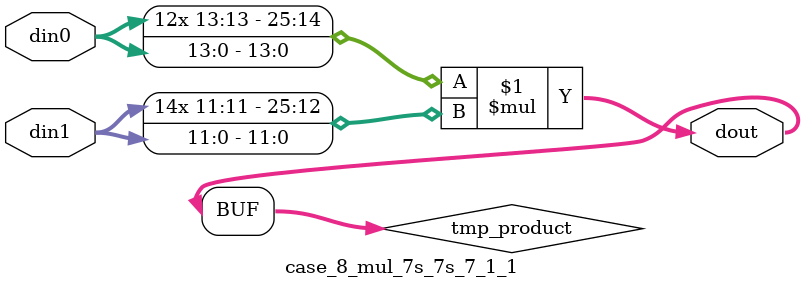
<source format=v>

`timescale 1 ns / 1 ps

 module case_8_mul_7s_7s_7_1_1(din0, din1, dout);
parameter ID = 1;
parameter NUM_STAGE = 0;
parameter din0_WIDTH = 14;
parameter din1_WIDTH = 12;
parameter dout_WIDTH = 26;

input [din0_WIDTH - 1 : 0] din0; 
input [din1_WIDTH - 1 : 0] din1; 
output [dout_WIDTH - 1 : 0] dout;

wire signed [dout_WIDTH - 1 : 0] tmp_product;



























assign tmp_product = $signed(din0) * $signed(din1);








assign dout = tmp_product;





















endmodule

</source>
